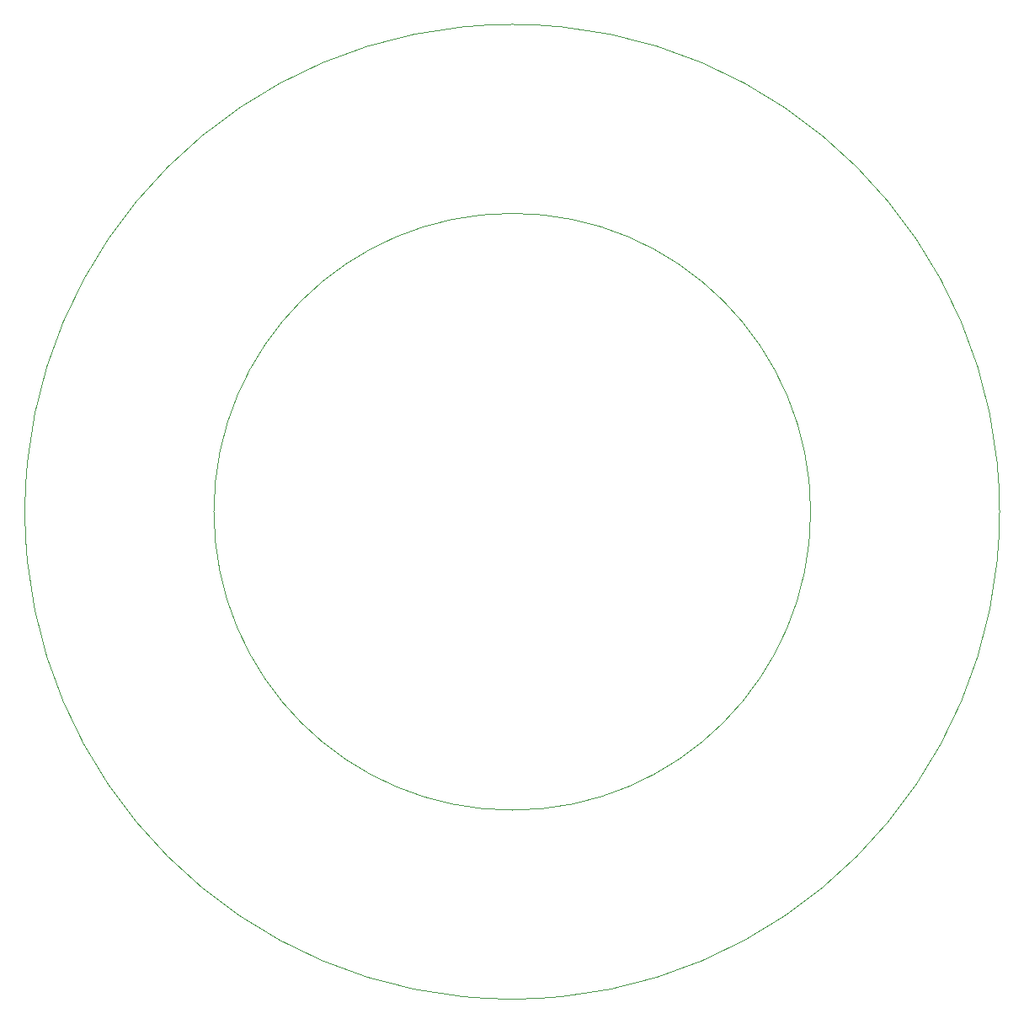
<source format=gbr>
%TF.GenerationSoftware,KiCad,Pcbnew,7.0.10*%
%TF.CreationDate,2024-02-11T22:45:47-05:00*%
%TF.ProjectId,bearing_outer_bottom,62656172-696e-4675-9f6f-757465725f62,rev?*%
%TF.SameCoordinates,Original*%
%TF.FileFunction,Profile,NP*%
%FSLAX46Y46*%
G04 Gerber Fmt 4.6, Leading zero omitted, Abs format (unit mm)*
G04 Created by KiCad (PCBNEW 7.0.10) date 2024-02-11 22:45:47*
%MOMM*%
%LPD*%
G01*
G04 APERTURE LIST*
%TA.AperFunction,Profile*%
%ADD10C,0.100000*%
%TD*%
G04 APERTURE END LIST*
D10*
X80000000Y-50000000D02*
G75*
G03*
X20000000Y-50000000I-30000000J0D01*
G01*
X20000000Y-50000000D02*
G75*
G03*
X80000000Y-50000000I30000000J0D01*
G01*
X99000000Y-50000000D02*
G75*
G03*
X1000000Y-50000000I-49000000J0D01*
G01*
X1000000Y-50000000D02*
G75*
G03*
X99000000Y-50000000I49000000J0D01*
G01*
M02*

</source>
